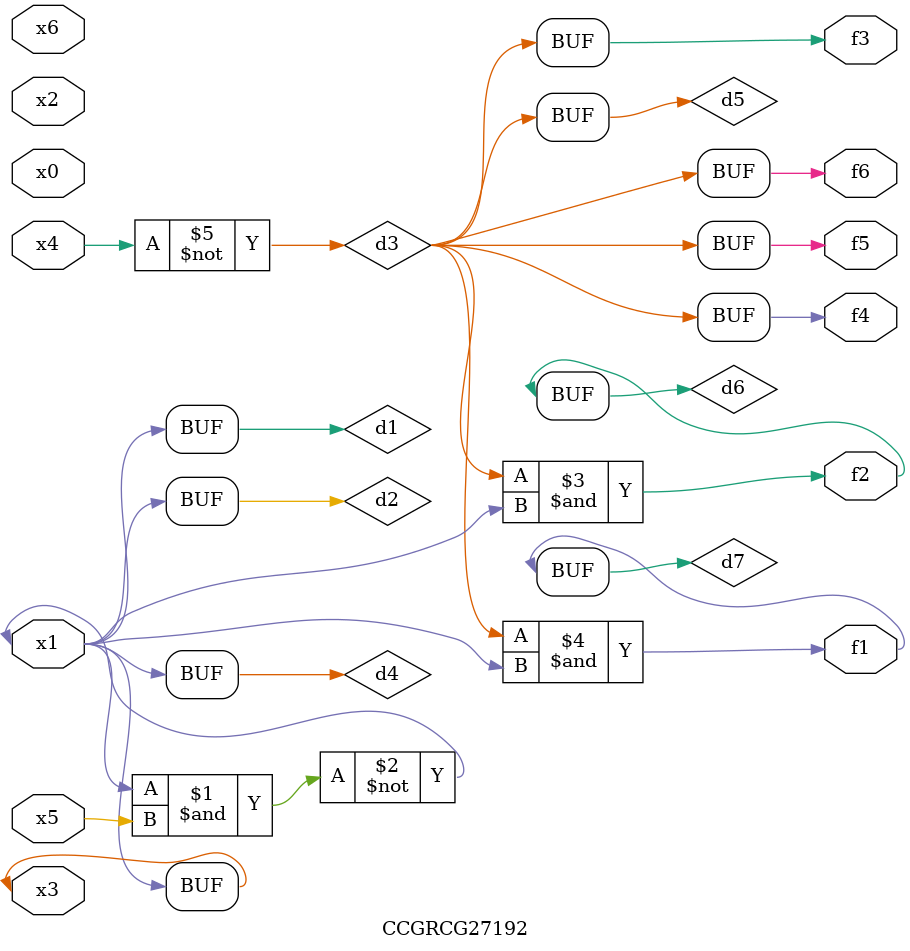
<source format=v>
module CCGRCG27192(
	input x0, x1, x2, x3, x4, x5, x6,
	output f1, f2, f3, f4, f5, f6
);

	wire d1, d2, d3, d4, d5, d6, d7;

	buf (d1, x1, x3);
	nand (d2, x1, x5);
	not (d3, x4);
	buf (d4, d1, d2);
	buf (d5, d3);
	and (d6, d3, d4);
	and (d7, d3, d4);
	assign f1 = d7;
	assign f2 = d6;
	assign f3 = d5;
	assign f4 = d5;
	assign f5 = d5;
	assign f6 = d5;
endmodule

</source>
